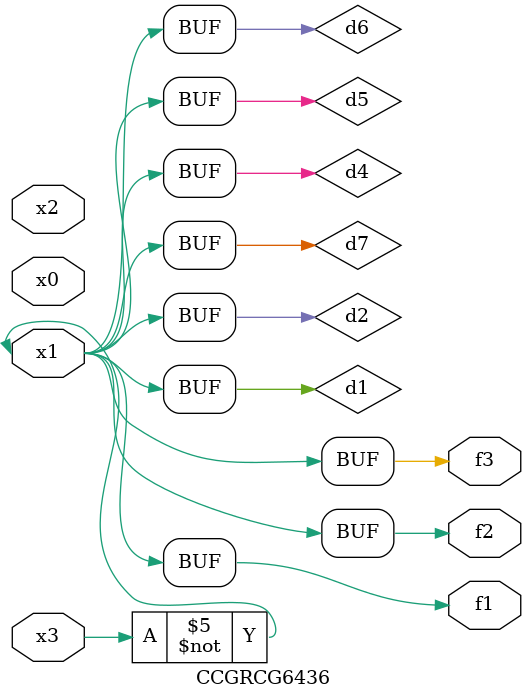
<source format=v>
module CCGRCG6436(
	input x0, x1, x2, x3,
	output f1, f2, f3
);

	wire d1, d2, d3, d4, d5, d6, d7;

	not (d1, x3);
	buf (d2, x1);
	xnor (d3, d1, d2);
	nor (d4, d1);
	buf (d5, d1, d2);
	buf (d6, d4, d5);
	nand (d7, d4);
	assign f1 = d6;
	assign f2 = d7;
	assign f3 = d6;
endmodule

</source>
